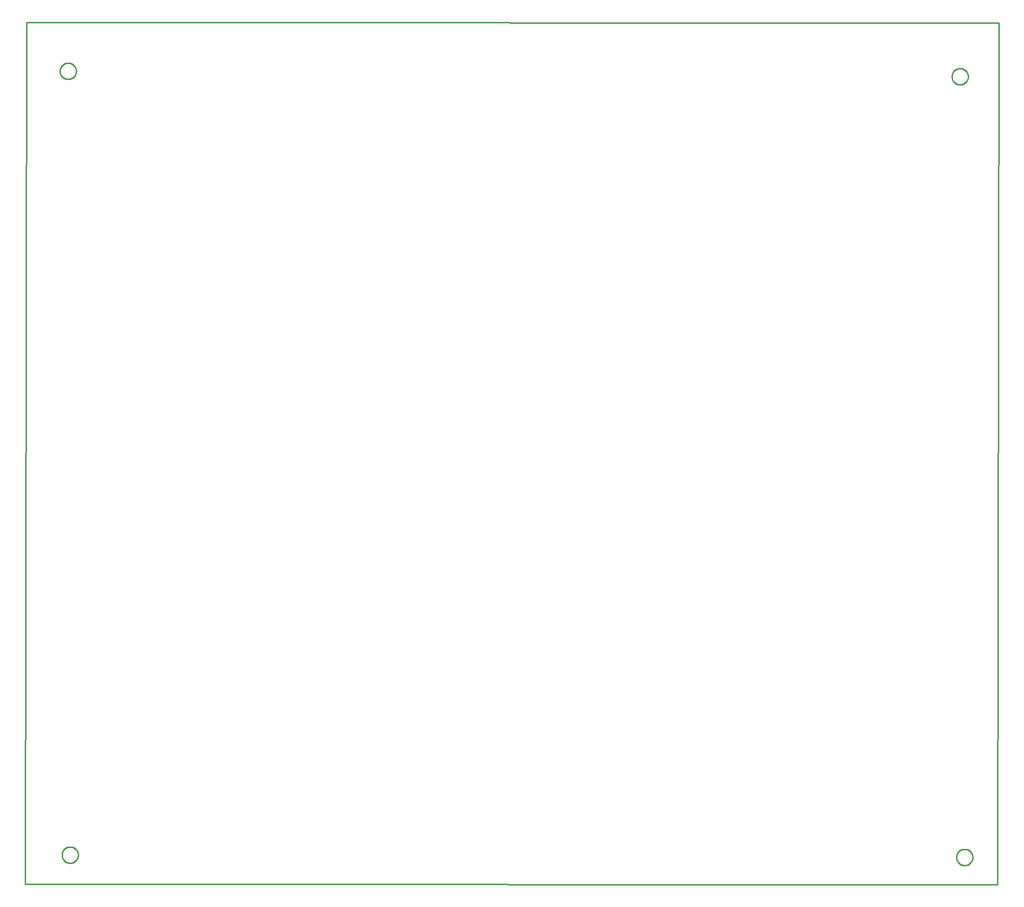
<source format=gko>
G04 EAGLE Gerber RS-274X export*
G75*
%MOMM*%
%FSLAX34Y34*%
%LPD*%
%INBoard Outline*%
%IPPOS*%
%AMOC8*
5,1,8,0,0,1.08239X$1,22.5*%
G01*
%ADD10C,0.000000*%
%ADD11C,0.254000*%


D10*
X49483Y111605D02*
X1849107Y110692D01*
X1851729Y1707022D01*
X52105Y1707935D01*
X49483Y111605D01*
X114059Y1617466D02*
X114064Y1617834D01*
X114077Y1618202D01*
X114100Y1618569D01*
X114131Y1618936D01*
X114172Y1619302D01*
X114221Y1619667D01*
X114280Y1620030D01*
X114347Y1620392D01*
X114423Y1620753D01*
X114509Y1621111D01*
X114602Y1621467D01*
X114705Y1621820D01*
X114816Y1622171D01*
X114936Y1622519D01*
X115064Y1622864D01*
X115201Y1623206D01*
X115346Y1623545D01*
X115499Y1623879D01*
X115661Y1624210D01*
X115830Y1624537D01*
X116008Y1624859D01*
X116193Y1625178D01*
X116386Y1625491D01*
X116587Y1625800D01*
X116795Y1626103D01*
X117011Y1626401D01*
X117234Y1626694D01*
X117464Y1626982D01*
X117701Y1627264D01*
X117945Y1627539D01*
X118195Y1627809D01*
X118452Y1628073D01*
X118716Y1628330D01*
X118986Y1628580D01*
X119261Y1628824D01*
X119543Y1629061D01*
X119831Y1629291D01*
X120124Y1629514D01*
X120422Y1629730D01*
X120725Y1629938D01*
X121034Y1630139D01*
X121347Y1630332D01*
X121666Y1630517D01*
X121988Y1630695D01*
X122315Y1630864D01*
X122646Y1631026D01*
X122980Y1631179D01*
X123319Y1631324D01*
X123661Y1631461D01*
X124006Y1631589D01*
X124354Y1631709D01*
X124705Y1631820D01*
X125058Y1631923D01*
X125414Y1632016D01*
X125772Y1632102D01*
X126133Y1632178D01*
X126495Y1632245D01*
X126858Y1632304D01*
X127223Y1632353D01*
X127589Y1632394D01*
X127956Y1632425D01*
X128323Y1632448D01*
X128691Y1632461D01*
X129059Y1632466D01*
X129427Y1632461D01*
X129795Y1632448D01*
X130162Y1632425D01*
X130529Y1632394D01*
X130895Y1632353D01*
X131260Y1632304D01*
X131623Y1632245D01*
X131985Y1632178D01*
X132346Y1632102D01*
X132704Y1632016D01*
X133060Y1631923D01*
X133413Y1631820D01*
X133764Y1631709D01*
X134112Y1631589D01*
X134457Y1631461D01*
X134799Y1631324D01*
X135138Y1631179D01*
X135472Y1631026D01*
X135803Y1630864D01*
X136130Y1630695D01*
X136452Y1630517D01*
X136771Y1630332D01*
X137084Y1630139D01*
X137393Y1629938D01*
X137696Y1629730D01*
X137994Y1629514D01*
X138287Y1629291D01*
X138575Y1629061D01*
X138857Y1628824D01*
X139132Y1628580D01*
X139402Y1628330D01*
X139666Y1628073D01*
X139923Y1627809D01*
X140173Y1627539D01*
X140417Y1627264D01*
X140654Y1626982D01*
X140884Y1626694D01*
X141107Y1626401D01*
X141323Y1626103D01*
X141531Y1625800D01*
X141732Y1625491D01*
X141925Y1625178D01*
X142110Y1624859D01*
X142288Y1624537D01*
X142457Y1624210D01*
X142619Y1623879D01*
X142772Y1623545D01*
X142917Y1623206D01*
X143054Y1622864D01*
X143182Y1622519D01*
X143302Y1622171D01*
X143413Y1621820D01*
X143516Y1621467D01*
X143609Y1621111D01*
X143695Y1620753D01*
X143771Y1620392D01*
X143838Y1620030D01*
X143897Y1619667D01*
X143946Y1619302D01*
X143987Y1618936D01*
X144018Y1618569D01*
X144041Y1618202D01*
X144054Y1617834D01*
X144059Y1617466D01*
X144054Y1617098D01*
X144041Y1616730D01*
X144018Y1616363D01*
X143987Y1615996D01*
X143946Y1615630D01*
X143897Y1615265D01*
X143838Y1614902D01*
X143771Y1614540D01*
X143695Y1614179D01*
X143609Y1613821D01*
X143516Y1613465D01*
X143413Y1613112D01*
X143302Y1612761D01*
X143182Y1612413D01*
X143054Y1612068D01*
X142917Y1611726D01*
X142772Y1611387D01*
X142619Y1611053D01*
X142457Y1610722D01*
X142288Y1610395D01*
X142110Y1610073D01*
X141925Y1609754D01*
X141732Y1609441D01*
X141531Y1609132D01*
X141323Y1608829D01*
X141107Y1608531D01*
X140884Y1608238D01*
X140654Y1607950D01*
X140417Y1607668D01*
X140173Y1607393D01*
X139923Y1607123D01*
X139666Y1606859D01*
X139402Y1606602D01*
X139132Y1606352D01*
X138857Y1606108D01*
X138575Y1605871D01*
X138287Y1605641D01*
X137994Y1605418D01*
X137696Y1605202D01*
X137393Y1604994D01*
X137084Y1604793D01*
X136771Y1604600D01*
X136452Y1604415D01*
X136130Y1604237D01*
X135803Y1604068D01*
X135472Y1603906D01*
X135138Y1603753D01*
X134799Y1603608D01*
X134457Y1603471D01*
X134112Y1603343D01*
X133764Y1603223D01*
X133413Y1603112D01*
X133060Y1603009D01*
X132704Y1602916D01*
X132346Y1602830D01*
X131985Y1602754D01*
X131623Y1602687D01*
X131260Y1602628D01*
X130895Y1602579D01*
X130529Y1602538D01*
X130162Y1602507D01*
X129795Y1602484D01*
X129427Y1602471D01*
X129059Y1602466D01*
X128691Y1602471D01*
X128323Y1602484D01*
X127956Y1602507D01*
X127589Y1602538D01*
X127223Y1602579D01*
X126858Y1602628D01*
X126495Y1602687D01*
X126133Y1602754D01*
X125772Y1602830D01*
X125414Y1602916D01*
X125058Y1603009D01*
X124705Y1603112D01*
X124354Y1603223D01*
X124006Y1603343D01*
X123661Y1603471D01*
X123319Y1603608D01*
X122980Y1603753D01*
X122646Y1603906D01*
X122315Y1604068D01*
X121988Y1604237D01*
X121666Y1604415D01*
X121347Y1604600D01*
X121034Y1604793D01*
X120725Y1604994D01*
X120422Y1605202D01*
X120124Y1605418D01*
X119831Y1605641D01*
X119543Y1605871D01*
X119261Y1606108D01*
X118986Y1606352D01*
X118716Y1606602D01*
X118452Y1606859D01*
X118195Y1607123D01*
X117945Y1607393D01*
X117701Y1607668D01*
X117464Y1607950D01*
X117234Y1608238D01*
X117011Y1608531D01*
X116795Y1608829D01*
X116587Y1609132D01*
X116386Y1609441D01*
X116193Y1609754D01*
X116008Y1610073D01*
X115830Y1610395D01*
X115661Y1610722D01*
X115499Y1611053D01*
X115346Y1611387D01*
X115201Y1611726D01*
X115064Y1612068D01*
X114936Y1612413D01*
X114816Y1612761D01*
X114705Y1613112D01*
X114602Y1613465D01*
X114509Y1613821D01*
X114423Y1614179D01*
X114347Y1614540D01*
X114280Y1614902D01*
X114221Y1615265D01*
X114172Y1615630D01*
X114131Y1615996D01*
X114100Y1616363D01*
X114077Y1616730D01*
X114064Y1617098D01*
X114059Y1617466D01*
X117836Y165705D02*
X117841Y166073D01*
X117854Y166441D01*
X117877Y166808D01*
X117908Y167175D01*
X117949Y167541D01*
X117998Y167906D01*
X118057Y168269D01*
X118124Y168631D01*
X118200Y168992D01*
X118286Y169350D01*
X118379Y169706D01*
X118482Y170059D01*
X118593Y170410D01*
X118713Y170758D01*
X118841Y171103D01*
X118978Y171445D01*
X119123Y171784D01*
X119276Y172118D01*
X119438Y172449D01*
X119607Y172776D01*
X119785Y173098D01*
X119970Y173417D01*
X120163Y173730D01*
X120364Y174039D01*
X120572Y174342D01*
X120788Y174640D01*
X121011Y174933D01*
X121241Y175221D01*
X121478Y175503D01*
X121722Y175778D01*
X121972Y176048D01*
X122229Y176312D01*
X122493Y176569D01*
X122763Y176819D01*
X123038Y177063D01*
X123320Y177300D01*
X123608Y177530D01*
X123901Y177753D01*
X124199Y177969D01*
X124502Y178177D01*
X124811Y178378D01*
X125124Y178571D01*
X125443Y178756D01*
X125765Y178934D01*
X126092Y179103D01*
X126423Y179265D01*
X126757Y179418D01*
X127096Y179563D01*
X127438Y179700D01*
X127783Y179828D01*
X128131Y179948D01*
X128482Y180059D01*
X128835Y180162D01*
X129191Y180255D01*
X129549Y180341D01*
X129910Y180417D01*
X130272Y180484D01*
X130635Y180543D01*
X131000Y180592D01*
X131366Y180633D01*
X131733Y180664D01*
X132100Y180687D01*
X132468Y180700D01*
X132836Y180705D01*
X133204Y180700D01*
X133572Y180687D01*
X133939Y180664D01*
X134306Y180633D01*
X134672Y180592D01*
X135037Y180543D01*
X135400Y180484D01*
X135762Y180417D01*
X136123Y180341D01*
X136481Y180255D01*
X136837Y180162D01*
X137190Y180059D01*
X137541Y179948D01*
X137889Y179828D01*
X138234Y179700D01*
X138576Y179563D01*
X138915Y179418D01*
X139249Y179265D01*
X139580Y179103D01*
X139907Y178934D01*
X140229Y178756D01*
X140548Y178571D01*
X140861Y178378D01*
X141170Y178177D01*
X141473Y177969D01*
X141771Y177753D01*
X142064Y177530D01*
X142352Y177300D01*
X142634Y177063D01*
X142909Y176819D01*
X143179Y176569D01*
X143443Y176312D01*
X143700Y176048D01*
X143950Y175778D01*
X144194Y175503D01*
X144431Y175221D01*
X144661Y174933D01*
X144884Y174640D01*
X145100Y174342D01*
X145308Y174039D01*
X145509Y173730D01*
X145702Y173417D01*
X145887Y173098D01*
X146065Y172776D01*
X146234Y172449D01*
X146396Y172118D01*
X146549Y171784D01*
X146694Y171445D01*
X146831Y171103D01*
X146959Y170758D01*
X147079Y170410D01*
X147190Y170059D01*
X147293Y169706D01*
X147386Y169350D01*
X147472Y168992D01*
X147548Y168631D01*
X147615Y168269D01*
X147674Y167906D01*
X147723Y167541D01*
X147764Y167175D01*
X147795Y166808D01*
X147818Y166441D01*
X147831Y166073D01*
X147836Y165705D01*
X147831Y165337D01*
X147818Y164969D01*
X147795Y164602D01*
X147764Y164235D01*
X147723Y163869D01*
X147674Y163504D01*
X147615Y163141D01*
X147548Y162779D01*
X147472Y162418D01*
X147386Y162060D01*
X147293Y161704D01*
X147190Y161351D01*
X147079Y161000D01*
X146959Y160652D01*
X146831Y160307D01*
X146694Y159965D01*
X146549Y159626D01*
X146396Y159292D01*
X146234Y158961D01*
X146065Y158634D01*
X145887Y158312D01*
X145702Y157993D01*
X145509Y157680D01*
X145308Y157371D01*
X145100Y157068D01*
X144884Y156770D01*
X144661Y156477D01*
X144431Y156189D01*
X144194Y155907D01*
X143950Y155632D01*
X143700Y155362D01*
X143443Y155098D01*
X143179Y154841D01*
X142909Y154591D01*
X142634Y154347D01*
X142352Y154110D01*
X142064Y153880D01*
X141771Y153657D01*
X141473Y153441D01*
X141170Y153233D01*
X140861Y153032D01*
X140548Y152839D01*
X140229Y152654D01*
X139907Y152476D01*
X139580Y152307D01*
X139249Y152145D01*
X138915Y151992D01*
X138576Y151847D01*
X138234Y151710D01*
X137889Y151582D01*
X137541Y151462D01*
X137190Y151351D01*
X136837Y151248D01*
X136481Y151155D01*
X136123Y151069D01*
X135762Y150993D01*
X135400Y150926D01*
X135037Y150867D01*
X134672Y150818D01*
X134306Y150777D01*
X133939Y150746D01*
X133572Y150723D01*
X133204Y150710D01*
X132836Y150705D01*
X132468Y150710D01*
X132100Y150723D01*
X131733Y150746D01*
X131366Y150777D01*
X131000Y150818D01*
X130635Y150867D01*
X130272Y150926D01*
X129910Y150993D01*
X129549Y151069D01*
X129191Y151155D01*
X128835Y151248D01*
X128482Y151351D01*
X128131Y151462D01*
X127783Y151582D01*
X127438Y151710D01*
X127096Y151847D01*
X126757Y151992D01*
X126423Y152145D01*
X126092Y152307D01*
X125765Y152476D01*
X125443Y152654D01*
X125124Y152839D01*
X124811Y153032D01*
X124502Y153233D01*
X124199Y153441D01*
X123901Y153657D01*
X123608Y153880D01*
X123320Y154110D01*
X123038Y154347D01*
X122763Y154591D01*
X122493Y154841D01*
X122229Y155098D01*
X121972Y155362D01*
X121722Y155632D01*
X121478Y155907D01*
X121241Y156189D01*
X121011Y156477D01*
X120788Y156770D01*
X120572Y157068D01*
X120364Y157371D01*
X120163Y157680D01*
X119970Y157993D01*
X119785Y158312D01*
X119607Y158634D01*
X119438Y158961D01*
X119276Y159292D01*
X119123Y159626D01*
X118978Y159965D01*
X118841Y160307D01*
X118713Y160652D01*
X118593Y161000D01*
X118482Y161351D01*
X118379Y161704D01*
X118286Y162060D01*
X118200Y162418D01*
X118124Y162779D01*
X118057Y163141D01*
X117998Y163504D01*
X117949Y163869D01*
X117908Y164235D01*
X117877Y164602D01*
X117854Y164969D01*
X117841Y165337D01*
X117836Y165705D01*
X1764565Y1607416D02*
X1764570Y1607784D01*
X1764583Y1608152D01*
X1764606Y1608519D01*
X1764637Y1608886D01*
X1764678Y1609252D01*
X1764727Y1609617D01*
X1764786Y1609980D01*
X1764853Y1610342D01*
X1764929Y1610703D01*
X1765015Y1611061D01*
X1765108Y1611417D01*
X1765211Y1611770D01*
X1765322Y1612121D01*
X1765442Y1612469D01*
X1765570Y1612814D01*
X1765707Y1613156D01*
X1765852Y1613495D01*
X1766005Y1613829D01*
X1766167Y1614160D01*
X1766336Y1614487D01*
X1766514Y1614809D01*
X1766699Y1615128D01*
X1766892Y1615441D01*
X1767093Y1615750D01*
X1767301Y1616053D01*
X1767517Y1616351D01*
X1767740Y1616644D01*
X1767970Y1616932D01*
X1768207Y1617214D01*
X1768451Y1617489D01*
X1768701Y1617759D01*
X1768958Y1618023D01*
X1769222Y1618280D01*
X1769492Y1618530D01*
X1769767Y1618774D01*
X1770049Y1619011D01*
X1770337Y1619241D01*
X1770630Y1619464D01*
X1770928Y1619680D01*
X1771231Y1619888D01*
X1771540Y1620089D01*
X1771853Y1620282D01*
X1772172Y1620467D01*
X1772494Y1620645D01*
X1772821Y1620814D01*
X1773152Y1620976D01*
X1773486Y1621129D01*
X1773825Y1621274D01*
X1774167Y1621411D01*
X1774512Y1621539D01*
X1774860Y1621659D01*
X1775211Y1621770D01*
X1775564Y1621873D01*
X1775920Y1621966D01*
X1776278Y1622052D01*
X1776639Y1622128D01*
X1777001Y1622195D01*
X1777364Y1622254D01*
X1777729Y1622303D01*
X1778095Y1622344D01*
X1778462Y1622375D01*
X1778829Y1622398D01*
X1779197Y1622411D01*
X1779565Y1622416D01*
X1779933Y1622411D01*
X1780301Y1622398D01*
X1780668Y1622375D01*
X1781035Y1622344D01*
X1781401Y1622303D01*
X1781766Y1622254D01*
X1782129Y1622195D01*
X1782491Y1622128D01*
X1782852Y1622052D01*
X1783210Y1621966D01*
X1783566Y1621873D01*
X1783919Y1621770D01*
X1784270Y1621659D01*
X1784618Y1621539D01*
X1784963Y1621411D01*
X1785305Y1621274D01*
X1785644Y1621129D01*
X1785978Y1620976D01*
X1786309Y1620814D01*
X1786636Y1620645D01*
X1786958Y1620467D01*
X1787277Y1620282D01*
X1787590Y1620089D01*
X1787899Y1619888D01*
X1788202Y1619680D01*
X1788500Y1619464D01*
X1788793Y1619241D01*
X1789081Y1619011D01*
X1789363Y1618774D01*
X1789638Y1618530D01*
X1789908Y1618280D01*
X1790172Y1618023D01*
X1790429Y1617759D01*
X1790679Y1617489D01*
X1790923Y1617214D01*
X1791160Y1616932D01*
X1791390Y1616644D01*
X1791613Y1616351D01*
X1791829Y1616053D01*
X1792037Y1615750D01*
X1792238Y1615441D01*
X1792431Y1615128D01*
X1792616Y1614809D01*
X1792794Y1614487D01*
X1792963Y1614160D01*
X1793125Y1613829D01*
X1793278Y1613495D01*
X1793423Y1613156D01*
X1793560Y1612814D01*
X1793688Y1612469D01*
X1793808Y1612121D01*
X1793919Y1611770D01*
X1794022Y1611417D01*
X1794115Y1611061D01*
X1794201Y1610703D01*
X1794277Y1610342D01*
X1794344Y1609980D01*
X1794403Y1609617D01*
X1794452Y1609252D01*
X1794493Y1608886D01*
X1794524Y1608519D01*
X1794547Y1608152D01*
X1794560Y1607784D01*
X1794565Y1607416D01*
X1794560Y1607048D01*
X1794547Y1606680D01*
X1794524Y1606313D01*
X1794493Y1605946D01*
X1794452Y1605580D01*
X1794403Y1605215D01*
X1794344Y1604852D01*
X1794277Y1604490D01*
X1794201Y1604129D01*
X1794115Y1603771D01*
X1794022Y1603415D01*
X1793919Y1603062D01*
X1793808Y1602711D01*
X1793688Y1602363D01*
X1793560Y1602018D01*
X1793423Y1601676D01*
X1793278Y1601337D01*
X1793125Y1601003D01*
X1792963Y1600672D01*
X1792794Y1600345D01*
X1792616Y1600023D01*
X1792431Y1599704D01*
X1792238Y1599391D01*
X1792037Y1599082D01*
X1791829Y1598779D01*
X1791613Y1598481D01*
X1791390Y1598188D01*
X1791160Y1597900D01*
X1790923Y1597618D01*
X1790679Y1597343D01*
X1790429Y1597073D01*
X1790172Y1596809D01*
X1789908Y1596552D01*
X1789638Y1596302D01*
X1789363Y1596058D01*
X1789081Y1595821D01*
X1788793Y1595591D01*
X1788500Y1595368D01*
X1788202Y1595152D01*
X1787899Y1594944D01*
X1787590Y1594743D01*
X1787277Y1594550D01*
X1786958Y1594365D01*
X1786636Y1594187D01*
X1786309Y1594018D01*
X1785978Y1593856D01*
X1785644Y1593703D01*
X1785305Y1593558D01*
X1784963Y1593421D01*
X1784618Y1593293D01*
X1784270Y1593173D01*
X1783919Y1593062D01*
X1783566Y1592959D01*
X1783210Y1592866D01*
X1782852Y1592780D01*
X1782491Y1592704D01*
X1782129Y1592637D01*
X1781766Y1592578D01*
X1781401Y1592529D01*
X1781035Y1592488D01*
X1780668Y1592457D01*
X1780301Y1592434D01*
X1779933Y1592421D01*
X1779565Y1592416D01*
X1779197Y1592421D01*
X1778829Y1592434D01*
X1778462Y1592457D01*
X1778095Y1592488D01*
X1777729Y1592529D01*
X1777364Y1592578D01*
X1777001Y1592637D01*
X1776639Y1592704D01*
X1776278Y1592780D01*
X1775920Y1592866D01*
X1775564Y1592959D01*
X1775211Y1593062D01*
X1774860Y1593173D01*
X1774512Y1593293D01*
X1774167Y1593421D01*
X1773825Y1593558D01*
X1773486Y1593703D01*
X1773152Y1593856D01*
X1772821Y1594018D01*
X1772494Y1594187D01*
X1772172Y1594365D01*
X1771853Y1594550D01*
X1771540Y1594743D01*
X1771231Y1594944D01*
X1770928Y1595152D01*
X1770630Y1595368D01*
X1770337Y1595591D01*
X1770049Y1595821D01*
X1769767Y1596058D01*
X1769492Y1596302D01*
X1769222Y1596552D01*
X1768958Y1596809D01*
X1768701Y1597073D01*
X1768451Y1597343D01*
X1768207Y1597618D01*
X1767970Y1597900D01*
X1767740Y1598188D01*
X1767517Y1598481D01*
X1767301Y1598779D01*
X1767093Y1599082D01*
X1766892Y1599391D01*
X1766699Y1599704D01*
X1766514Y1600023D01*
X1766336Y1600345D01*
X1766167Y1600672D01*
X1766005Y1601003D01*
X1765852Y1601337D01*
X1765707Y1601676D01*
X1765570Y1602018D01*
X1765442Y1602363D01*
X1765322Y1602711D01*
X1765211Y1603062D01*
X1765108Y1603415D01*
X1765015Y1603771D01*
X1764929Y1604129D01*
X1764853Y1604490D01*
X1764786Y1604852D01*
X1764727Y1605215D01*
X1764678Y1605580D01*
X1764637Y1605946D01*
X1764606Y1606313D01*
X1764583Y1606680D01*
X1764570Y1607048D01*
X1764565Y1607416D01*
X1772998Y161485D02*
X1773003Y161853D01*
X1773016Y162221D01*
X1773039Y162588D01*
X1773070Y162955D01*
X1773111Y163321D01*
X1773160Y163686D01*
X1773219Y164049D01*
X1773286Y164411D01*
X1773362Y164772D01*
X1773448Y165130D01*
X1773541Y165486D01*
X1773644Y165839D01*
X1773755Y166190D01*
X1773875Y166538D01*
X1774003Y166883D01*
X1774140Y167225D01*
X1774285Y167564D01*
X1774438Y167898D01*
X1774600Y168229D01*
X1774769Y168556D01*
X1774947Y168878D01*
X1775132Y169197D01*
X1775325Y169510D01*
X1775526Y169819D01*
X1775734Y170122D01*
X1775950Y170420D01*
X1776173Y170713D01*
X1776403Y171001D01*
X1776640Y171283D01*
X1776884Y171558D01*
X1777134Y171828D01*
X1777391Y172092D01*
X1777655Y172349D01*
X1777925Y172599D01*
X1778200Y172843D01*
X1778482Y173080D01*
X1778770Y173310D01*
X1779063Y173533D01*
X1779361Y173749D01*
X1779664Y173957D01*
X1779973Y174158D01*
X1780286Y174351D01*
X1780605Y174536D01*
X1780927Y174714D01*
X1781254Y174883D01*
X1781585Y175045D01*
X1781919Y175198D01*
X1782258Y175343D01*
X1782600Y175480D01*
X1782945Y175608D01*
X1783293Y175728D01*
X1783644Y175839D01*
X1783997Y175942D01*
X1784353Y176035D01*
X1784711Y176121D01*
X1785072Y176197D01*
X1785434Y176264D01*
X1785797Y176323D01*
X1786162Y176372D01*
X1786528Y176413D01*
X1786895Y176444D01*
X1787262Y176467D01*
X1787630Y176480D01*
X1787998Y176485D01*
X1788366Y176480D01*
X1788734Y176467D01*
X1789101Y176444D01*
X1789468Y176413D01*
X1789834Y176372D01*
X1790199Y176323D01*
X1790562Y176264D01*
X1790924Y176197D01*
X1791285Y176121D01*
X1791643Y176035D01*
X1791999Y175942D01*
X1792352Y175839D01*
X1792703Y175728D01*
X1793051Y175608D01*
X1793396Y175480D01*
X1793738Y175343D01*
X1794077Y175198D01*
X1794411Y175045D01*
X1794742Y174883D01*
X1795069Y174714D01*
X1795391Y174536D01*
X1795710Y174351D01*
X1796023Y174158D01*
X1796332Y173957D01*
X1796635Y173749D01*
X1796933Y173533D01*
X1797226Y173310D01*
X1797514Y173080D01*
X1797796Y172843D01*
X1798071Y172599D01*
X1798341Y172349D01*
X1798605Y172092D01*
X1798862Y171828D01*
X1799112Y171558D01*
X1799356Y171283D01*
X1799593Y171001D01*
X1799823Y170713D01*
X1800046Y170420D01*
X1800262Y170122D01*
X1800470Y169819D01*
X1800671Y169510D01*
X1800864Y169197D01*
X1801049Y168878D01*
X1801227Y168556D01*
X1801396Y168229D01*
X1801558Y167898D01*
X1801711Y167564D01*
X1801856Y167225D01*
X1801993Y166883D01*
X1802121Y166538D01*
X1802241Y166190D01*
X1802352Y165839D01*
X1802455Y165486D01*
X1802548Y165130D01*
X1802634Y164772D01*
X1802710Y164411D01*
X1802777Y164049D01*
X1802836Y163686D01*
X1802885Y163321D01*
X1802926Y162955D01*
X1802957Y162588D01*
X1802980Y162221D01*
X1802993Y161853D01*
X1802998Y161485D01*
X1802993Y161117D01*
X1802980Y160749D01*
X1802957Y160382D01*
X1802926Y160015D01*
X1802885Y159649D01*
X1802836Y159284D01*
X1802777Y158921D01*
X1802710Y158559D01*
X1802634Y158198D01*
X1802548Y157840D01*
X1802455Y157484D01*
X1802352Y157131D01*
X1802241Y156780D01*
X1802121Y156432D01*
X1801993Y156087D01*
X1801856Y155745D01*
X1801711Y155406D01*
X1801558Y155072D01*
X1801396Y154741D01*
X1801227Y154414D01*
X1801049Y154092D01*
X1800864Y153773D01*
X1800671Y153460D01*
X1800470Y153151D01*
X1800262Y152848D01*
X1800046Y152550D01*
X1799823Y152257D01*
X1799593Y151969D01*
X1799356Y151687D01*
X1799112Y151412D01*
X1798862Y151142D01*
X1798605Y150878D01*
X1798341Y150621D01*
X1798071Y150371D01*
X1797796Y150127D01*
X1797514Y149890D01*
X1797226Y149660D01*
X1796933Y149437D01*
X1796635Y149221D01*
X1796332Y149013D01*
X1796023Y148812D01*
X1795710Y148619D01*
X1795391Y148434D01*
X1795069Y148256D01*
X1794742Y148087D01*
X1794411Y147925D01*
X1794077Y147772D01*
X1793738Y147627D01*
X1793396Y147490D01*
X1793051Y147362D01*
X1792703Y147242D01*
X1792352Y147131D01*
X1791999Y147028D01*
X1791643Y146935D01*
X1791285Y146849D01*
X1790924Y146773D01*
X1790562Y146706D01*
X1790199Y146647D01*
X1789834Y146598D01*
X1789468Y146557D01*
X1789101Y146526D01*
X1788734Y146503D01*
X1788366Y146490D01*
X1787998Y146485D01*
X1787630Y146490D01*
X1787262Y146503D01*
X1786895Y146526D01*
X1786528Y146557D01*
X1786162Y146598D01*
X1785797Y146647D01*
X1785434Y146706D01*
X1785072Y146773D01*
X1784711Y146849D01*
X1784353Y146935D01*
X1783997Y147028D01*
X1783644Y147131D01*
X1783293Y147242D01*
X1782945Y147362D01*
X1782600Y147490D01*
X1782258Y147627D01*
X1781919Y147772D01*
X1781585Y147925D01*
X1781254Y148087D01*
X1780927Y148256D01*
X1780605Y148434D01*
X1780286Y148619D01*
X1779973Y148812D01*
X1779664Y149013D01*
X1779361Y149221D01*
X1779063Y149437D01*
X1778770Y149660D01*
X1778482Y149890D01*
X1778200Y150127D01*
X1777925Y150371D01*
X1777655Y150621D01*
X1777391Y150878D01*
X1777134Y151142D01*
X1776884Y151412D01*
X1776640Y151687D01*
X1776403Y151969D01*
X1776173Y152257D01*
X1775950Y152550D01*
X1775734Y152848D01*
X1775526Y153151D01*
X1775325Y153460D01*
X1775132Y153773D01*
X1774947Y154092D01*
X1774769Y154414D01*
X1774600Y154741D01*
X1774438Y155072D01*
X1774285Y155406D01*
X1774140Y155745D01*
X1774003Y156087D01*
X1773875Y156432D01*
X1773755Y156780D01*
X1773644Y157131D01*
X1773541Y157484D01*
X1773448Y157840D01*
X1773362Y158198D01*
X1773286Y158559D01*
X1773219Y158921D01*
X1773160Y159284D01*
X1773111Y159649D01*
X1773070Y160015D01*
X1773039Y160382D01*
X1773016Y160749D01*
X1773003Y161117D01*
X1772998Y161485D01*
D11*
X49483Y111605D02*
X1849107Y110692D01*
X1851729Y1707022D01*
X52105Y1707935D01*
X49483Y111605D01*
X144059Y1616930D02*
X143983Y1615862D01*
X143830Y1614801D01*
X143602Y1613754D01*
X143301Y1612726D01*
X142926Y1611722D01*
X142481Y1610748D01*
X141968Y1609807D01*
X141388Y1608906D01*
X140746Y1608048D01*
X140045Y1607238D01*
X139287Y1606481D01*
X138477Y1605779D01*
X137619Y1605137D01*
X136718Y1604558D01*
X135778Y1604044D01*
X134803Y1603599D01*
X133799Y1603225D01*
X132771Y1602923D01*
X131724Y1602695D01*
X130664Y1602543D01*
X129595Y1602466D01*
X128523Y1602466D01*
X127455Y1602543D01*
X126394Y1602695D01*
X125347Y1602923D01*
X124319Y1603225D01*
X123315Y1603599D01*
X122341Y1604044D01*
X121400Y1604558D01*
X120499Y1605137D01*
X119641Y1605779D01*
X118831Y1606481D01*
X118074Y1607238D01*
X117372Y1608048D01*
X116730Y1608906D01*
X116151Y1609807D01*
X115637Y1610748D01*
X115192Y1611722D01*
X114818Y1612726D01*
X114516Y1613754D01*
X114288Y1614801D01*
X114136Y1615862D01*
X114059Y1616930D01*
X114059Y1618002D01*
X114136Y1619071D01*
X114288Y1620131D01*
X114516Y1621178D01*
X114818Y1622206D01*
X115192Y1623210D01*
X115637Y1624185D01*
X116151Y1625125D01*
X116730Y1626026D01*
X117372Y1626884D01*
X118074Y1627694D01*
X118831Y1628452D01*
X119641Y1629153D01*
X120499Y1629795D01*
X121400Y1630375D01*
X122341Y1630888D01*
X123315Y1631333D01*
X124319Y1631708D01*
X125347Y1632009D01*
X126394Y1632237D01*
X127455Y1632390D01*
X128523Y1632466D01*
X129595Y1632466D01*
X130664Y1632390D01*
X131724Y1632237D01*
X132771Y1632009D01*
X133799Y1631708D01*
X134803Y1631333D01*
X135778Y1630888D01*
X136718Y1630375D01*
X137619Y1629795D01*
X138477Y1629153D01*
X139287Y1628452D01*
X140045Y1627694D01*
X140746Y1626884D01*
X141388Y1626026D01*
X141968Y1625125D01*
X142481Y1624185D01*
X142926Y1623210D01*
X143301Y1622206D01*
X143602Y1621178D01*
X143830Y1620131D01*
X143983Y1619071D01*
X144059Y1618002D01*
X144059Y1616930D01*
X147836Y165169D02*
X147760Y164101D01*
X147607Y163040D01*
X147379Y161993D01*
X147078Y160965D01*
X146703Y159961D01*
X146258Y158987D01*
X145745Y158046D01*
X145165Y157145D01*
X144523Y156287D01*
X143822Y155477D01*
X143064Y154720D01*
X142254Y154018D01*
X141396Y153376D01*
X140495Y152797D01*
X139555Y152283D01*
X138580Y151838D01*
X137576Y151464D01*
X136548Y151162D01*
X135501Y150934D01*
X134441Y150781D01*
X133372Y150705D01*
X132300Y150705D01*
X131232Y150781D01*
X130171Y150934D01*
X129124Y151162D01*
X128096Y151464D01*
X127092Y151838D01*
X126118Y152283D01*
X125177Y152797D01*
X124276Y153376D01*
X123418Y154018D01*
X122608Y154720D01*
X121851Y155477D01*
X121149Y156287D01*
X120507Y157145D01*
X119928Y158046D01*
X119414Y158987D01*
X118969Y159961D01*
X118595Y160965D01*
X118293Y161993D01*
X118065Y163040D01*
X117913Y164101D01*
X117836Y165169D01*
X117836Y166241D01*
X117913Y167309D01*
X118065Y168370D01*
X118293Y169417D01*
X118595Y170445D01*
X118969Y171449D01*
X119414Y172424D01*
X119928Y173364D01*
X120507Y174265D01*
X121149Y175123D01*
X121851Y175933D01*
X122608Y176690D01*
X123418Y177392D01*
X124276Y178034D01*
X125177Y178613D01*
X126118Y179127D01*
X127092Y179572D01*
X128096Y179947D01*
X129124Y180248D01*
X130171Y180476D01*
X131232Y180629D01*
X132300Y180705D01*
X133372Y180705D01*
X134441Y180629D01*
X135501Y180476D01*
X136548Y180248D01*
X137576Y179947D01*
X138580Y179572D01*
X139555Y179127D01*
X140495Y178613D01*
X141396Y178034D01*
X142254Y177392D01*
X143064Y176690D01*
X143822Y175933D01*
X144523Y175123D01*
X145165Y174265D01*
X145745Y173364D01*
X146258Y172424D01*
X146703Y171449D01*
X147078Y170445D01*
X147379Y169417D01*
X147607Y168370D01*
X147760Y167309D01*
X147836Y166241D01*
X147836Y165169D01*
X1794565Y1606881D02*
X1794488Y1605812D01*
X1794336Y1604751D01*
X1794108Y1603704D01*
X1793806Y1602676D01*
X1793432Y1601672D01*
X1792987Y1600698D01*
X1792473Y1599757D01*
X1791894Y1598856D01*
X1791252Y1597998D01*
X1790550Y1597189D01*
X1789793Y1596431D01*
X1788983Y1595729D01*
X1788125Y1595087D01*
X1787224Y1594508D01*
X1786283Y1593994D01*
X1785309Y1593549D01*
X1784305Y1593175D01*
X1783277Y1592873D01*
X1782230Y1592645D01*
X1781169Y1592493D01*
X1780100Y1592416D01*
X1779029Y1592416D01*
X1777960Y1592493D01*
X1776900Y1592645D01*
X1775853Y1592873D01*
X1774825Y1593175D01*
X1773821Y1593549D01*
X1772846Y1593994D01*
X1771906Y1594508D01*
X1771004Y1595087D01*
X1770147Y1595729D01*
X1769337Y1596431D01*
X1768579Y1597189D01*
X1767878Y1597998D01*
X1767236Y1598856D01*
X1766656Y1599757D01*
X1766143Y1600698D01*
X1765698Y1601672D01*
X1765323Y1602676D01*
X1765021Y1603704D01*
X1764794Y1604751D01*
X1764641Y1605812D01*
X1764565Y1606881D01*
X1764565Y1607952D01*
X1764641Y1609021D01*
X1764794Y1610081D01*
X1765021Y1611128D01*
X1765323Y1612156D01*
X1765698Y1613160D01*
X1766143Y1614135D01*
X1766656Y1615075D01*
X1767236Y1615977D01*
X1767878Y1616834D01*
X1768579Y1617644D01*
X1769337Y1618402D01*
X1770147Y1619103D01*
X1771004Y1619745D01*
X1771906Y1620325D01*
X1772846Y1620838D01*
X1773821Y1621283D01*
X1774825Y1621658D01*
X1775853Y1621960D01*
X1776900Y1622187D01*
X1777960Y1622340D01*
X1779029Y1622416D01*
X1780100Y1622416D01*
X1781169Y1622340D01*
X1782230Y1622187D01*
X1783277Y1621960D01*
X1784305Y1621658D01*
X1785309Y1621283D01*
X1786283Y1620838D01*
X1787224Y1620325D01*
X1788125Y1619745D01*
X1788983Y1619103D01*
X1789793Y1618402D01*
X1790550Y1617644D01*
X1791252Y1616834D01*
X1791894Y1615977D01*
X1792473Y1615075D01*
X1792987Y1614135D01*
X1793432Y1613160D01*
X1793806Y1612156D01*
X1794108Y1611128D01*
X1794336Y1610081D01*
X1794488Y1609021D01*
X1794565Y1607952D01*
X1794565Y1606881D01*
X1802998Y160950D02*
X1802921Y159881D01*
X1802769Y158820D01*
X1802541Y157773D01*
X1802239Y156745D01*
X1801865Y155742D01*
X1801420Y154767D01*
X1800906Y153827D01*
X1800327Y152925D01*
X1799685Y152067D01*
X1798983Y151258D01*
X1798226Y150500D01*
X1797416Y149798D01*
X1796558Y149156D01*
X1795657Y148577D01*
X1794716Y148064D01*
X1793742Y147618D01*
X1792738Y147244D01*
X1791710Y146942D01*
X1790663Y146714D01*
X1789602Y146562D01*
X1788533Y146485D01*
X1787462Y146485D01*
X1786393Y146562D01*
X1785333Y146714D01*
X1784286Y146942D01*
X1783258Y147244D01*
X1782254Y147618D01*
X1781279Y148064D01*
X1780339Y148577D01*
X1779437Y149156D01*
X1778580Y149798D01*
X1777770Y150500D01*
X1777012Y151258D01*
X1776311Y152067D01*
X1775669Y152925D01*
X1775089Y153827D01*
X1774576Y154767D01*
X1774131Y155742D01*
X1773756Y156745D01*
X1773454Y157773D01*
X1773227Y158820D01*
X1773074Y159881D01*
X1772998Y160950D01*
X1772998Y162021D01*
X1773074Y163090D01*
X1773227Y164150D01*
X1773454Y165197D01*
X1773756Y166225D01*
X1774131Y167229D01*
X1774576Y168204D01*
X1775089Y169144D01*
X1775669Y170046D01*
X1776311Y170903D01*
X1777012Y171713D01*
X1777770Y172471D01*
X1778580Y173173D01*
X1779437Y173815D01*
X1780339Y174394D01*
X1781279Y174907D01*
X1782254Y175352D01*
X1783258Y175727D01*
X1784286Y176029D01*
X1785333Y176257D01*
X1786393Y176409D01*
X1787462Y176485D01*
X1788533Y176485D01*
X1789602Y176409D01*
X1790663Y176257D01*
X1791710Y176029D01*
X1792738Y175727D01*
X1793742Y175352D01*
X1794716Y174907D01*
X1795657Y174394D01*
X1796558Y173815D01*
X1797416Y173173D01*
X1798226Y172471D01*
X1798983Y171713D01*
X1799685Y170903D01*
X1800327Y170046D01*
X1800906Y169144D01*
X1801420Y168204D01*
X1801865Y167229D01*
X1802239Y166225D01*
X1802541Y165197D01*
X1802769Y164150D01*
X1802921Y163090D01*
X1802998Y162021D01*
X1802998Y160950D01*
M02*

</source>
